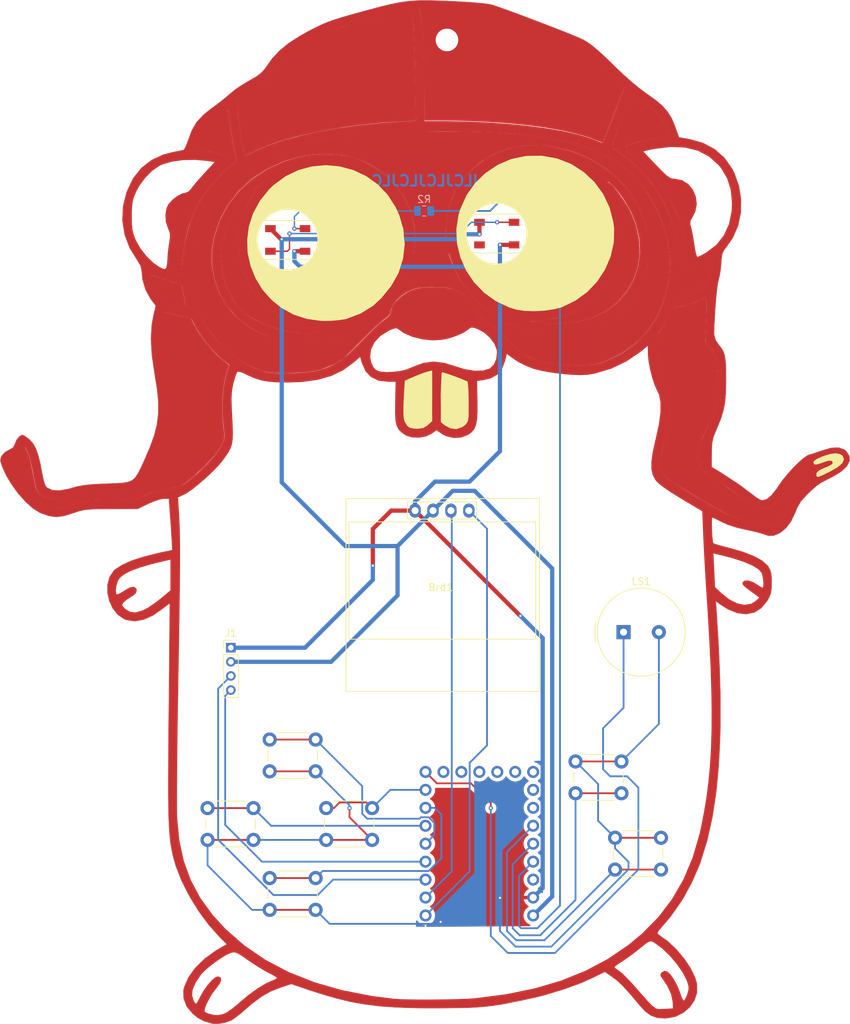
<source format=kicad_pcb>
(kicad_pcb (version 20240108) (generator "pcbnew") (generator_version "8.0")
  (layers (0 "F.Cu" signal) (31 "B.Cu" signal) (34 "B.Paste" user) (35 "F.Paste" user) (36 "B.SilkS" user "B.Silkscreen") (37 "F.SilkS" user "F.Silkscreen") (38 "B.Mask" user) (39 "F.Mask" user) (44 "Edge.Cuts" user))
  (net 0 "")
  (net 1 "GND")
  (net 2 "VCC")
  (net 3 "Net-(D1-DIN)")
  (net 4 "Net-(D1-DOUT)")
  (net 6 "/SDA")
  (net 7 "/SCL")
  (net 8 "/SDA1")
  (net 9 "/SCL1")
  (net 10 "Net-(U1-GP8)")
  (net 11 "/GP29")
  (net 12 "Net-(U1-GP4)")
  (net 13 "Net-(U1-GP5)")
  (net 14 "Net-(U1-GP6)")
  (net 15 "Net-(U1-GP7)")
  (net 16 "Net-(U1-GP28)")
  (net 17 "Net-(U1-GP27)")
  (footprint "LED_SMD:LED_WS2812B_PLCC4_5.0x5.0mm_P3.2mm" (layer "F.Cu") (at 91.55 59.8)
    (property "Reference" "D1" (hide yes))
    (property "Value" "WS2812B")
  )
  (footprint "LED_SMD:LED_WS2812B_PLCC4_5.0x5.0mm_P3.2mm" (layer "F.Cu") (at 121.15 58.9)
    (property "Reference" "D2" (hide yes))
    (property "Value" "WS2812B")
  )
  (footprint "rp2040-zero:my-rp2040-zero" (layer "F.Cu") (at 118.68 145.24 180)
    (property "Reference" "U1" (hide yes))
    (property "Value" "~" (hide yes))
  )
  (footprint "XIAO:128x64OLED" (layer "F.Cu") (at 113.2 108.7)
    (property "Reference" "Brd1")
    (property "Value" "SSD1306")
  )
  (footprint "gopher:gopher_pilot_v2" (layer "F.Cu") (at 110.9 98.2)
    (property "Reference" "G***" (hide yes))
    (property "Value" "LOGO" (hide yes))
    (fp_line (start -60.06 -7.09) (end -60.02 -7.53) (stroke (width 0.05)) (layer "Edge.Cuts"))
    (fp_line (start -60.02 -7.53) (end -59.85 -7.92) (stroke (width 0.05)) (layer "Edge.Cuts"))
    (fp_line (start -59.85 -7.92) (end -59.39 -8.41) (stroke (width 0.05)) (layer "Edge.Cuts"))
    (fp_line (start -59.79 -6.25) (end -60.06 -7.09) (stroke (width 0.05)) (layer "Edge.Cuts"))
    (fp_line (start -59.51 -5.62) (end -59.79 -6.25) (stroke (width 0.05)) (layer "Edge.Cuts"))
    (fp_line (start -59.39 -8.41) (end -58.74 -8.77) (stroke (width 0.05)) (layer "Edge.Cuts"))
    (fp_line (start -59.25 -5.07) (end -59.51 -5.62) (stroke (width 0.05)) (layer "Edge.Cuts"))
    (fp_line (start -58.74 -8.77) (end -58.26 -9.04) (stroke (width 0.05)) (layer "Edge.Cuts"))
    (fp_line (start -58.69 -4.13) (end -59.25 -5.07) (stroke (width 0.05)) (layer "Edge.Cuts"))
    (fp_line (start -58.4 -3.67) (end -58.69 -4.13) (stroke (width 0.05)) (layer "Edge.Cuts"))
    (fp_line (start -58.26 -9.04) (end -58.02 -9.5) (stroke (width 0.05)) (layer "Edge.Cuts"))
    (fp_line (start -58.02 -9.5) (end -57.77 -10.13) (stroke (width 0.05)) (layer "Edge.Cuts"))
    (fp_line (start -57.77 -10.13) (end -57.36 -10.63) (stroke (width 0.05)) (layer "Edge.Cuts"))
    (fp_line (start -57.5 -2.44) (end -58.4 -3.67) (stroke (width 0.05)) (layer "Edge.Cuts"))
    (fp_line (start -57.36 -10.63) (end -56.93 -10.85) (stroke (width 0.05)) (layer "Edge.Cuts"))
    (fp_line (start -56.93 -10.85) (end -56.91 -10.85) (stroke (width 0.05)) (layer "Edge.Cuts"))
    (fp_line (start -56.91 -10.85) (end -56.88 -10.84) (stroke (width 0.05)) (layer "Edge.Cuts"))
    (fp_line (start -56.88 -10.84) (end -56.58 -10.71) (stroke (width 0.05)) (layer "Edge.Cuts"))
    (fp_line (start -56.58 -10.71) (end -55.86 -10.17) (stroke (width 0.05)) (layer "Edge.Cuts"))
    (fp_line (start -56.49 -1.31) (end -57.5 -2.44) (stroke (width 0.05)) (layer "Edge.Cuts"))
    (fp_line (start -55.86 -10.17) (end -55.36 -9.6) (stroke (width 0.05)) (layer "Edge.Cuts"))
    (fp_line (start -55.45 -0.38) (end -56.49 -1.31) (stroke (width 0.05)) (layer "Edge.Cuts"))
    (fp_line (start -55.36 -9.6) (end -54.97 -8.9) (stroke (width 0.05)) (layer "Edge.Cuts"))
    (fp_line (start -54.97 -8.9) (end -54.62 -7.91) (stroke (width 0.05)) (layer "Edge.Cuts"))
    (fp_line (start -54.62 -7.91) (end -54.31 -6.65) (stroke (width 0.05)) (layer "Edge.Cuts"))
    (fp_line (start -54.48 0.22) (end -55.45 -0.38) (stroke (width 0.05)) (layer "Edge.Cuts"))
    (fp_line (start -54.31 -6.65) (end -54.12 -5.59) (stroke (width 0.05)) (layer "Edge.Cuts"))
    (fp_line (start -54.22 0.33) (end -54.48 0.22) (stroke (width 0.05)) (layer "Edge.Cuts"))
    (fp_line (start -54.12 -5.59) (end -53.9 -4.53) (stroke (width 0.05)) (layer "Edge.Cuts"))
    (fp_line (start -53.9 -4.53) (end -53.87 -4.39) (stroke (width 0.05)) (layer "Edge.Cuts"))
    (fp_line (start -53.87 -4.39) (end -53.64 -3.7) (stroke (width 0.05)) (layer "Edge.Cuts"))
    (fp_line (start -53.64 -3.7) (end -53.43 -3.39) (stroke (width 0.05)) (layer "Edge.Cuts"))
    (fp_line (start -53.43 -3.39) (end -52.69 -3.04) (stroke (width 0.05)) (layer "Edge.Cuts"))
    (fp_line (start -53.11 0.71) (end -54.22 0.33) (stroke (width 0.05)) (layer "Edge.Cuts"))
    (fp_line (start -52.69 -3.04) (end -51.69 -2.97) (stroke (width 0.05)) (layer "Edge.Cuts"))
    (fp_line (start -52.1 0.83) (end -53.11 0.71) (stroke (width 0.05)) (layer "Edge.Cuts"))
    (fp_line (start -51.69 -2.97) (end -50.45 -3.2) (stroke (width 0.05)) (layer "Edge.Cuts"))
    (fp_line (start -51.06 0.71) (end -52.1 0.83) (stroke (width 0.05)) (layer "Edge.Cuts"))
    (fp_line (start -50.45 -3.2) (end -49.29 -3.52) (stroke (width 0.05)) (layer "Edge.Cuts"))
    (fp_line (start -49.81 0.32) (end -51.06 0.71) (stroke (width 0.05)) (layer "Edge.Cuts"))
    (fp_line (start -49.29 -3.52) (end -49.03 -3.58) (stroke (width 0.05)) (layer "Edge.Cuts"))
    (fp_line (start -49.03 -3.58) (end -48.1 -3.75) (stroke (width 0.05)) (layer "Edge.Cuts"))
    (fp_line (start -48.85 0.01) (end -49.81 0.32) (stroke (width 0.05)) (layer "Edge.Cuts"))
    (fp_line (start -48.19 -0.14) (end -48.85 0.01) (stroke (width 0.05)) (layer "Edge.Cuts"))
    (fp_line (start -48.1 -3.75) (end -47.04 -3.85) (stroke (width 0.05)) (layer "Edge.Cuts"))
    (fp_line (start -47.58 -0.22) (end -48.19 -0.14) (stroke (width 0.05)) (layer "Edge.Cuts"))
    (fp_line (start -47.15 -0.25) (end -47.58 -0.22) (stroke (width 0.05)) (layer "Edge.Cuts"))
    (fp_line (start -47.04 -3.85) (end -45.68 -3.92) (stroke (width 0.05)) (layer "Edge.Cuts"))
    (fp_line (start -46.24 -0.28) (end -47.15 -0.25) (stroke (width 0.05)) (layer "Edge.Cuts"))
    (fp_line (start -45.68 -3.92) (end -44.19 -3.98) (stroke (width 0.05)) (layer "Edge.Cuts"))
    (fp_line (start -44.94 -0.29) (end -46.24 -0.28) (stroke (width 0.05)) (layer "Edge.Cuts"))
    (fp_line (start -44.91 11.5) (end -44.89 10.34) (stroke (width 0.05)) (layer "Edge.Cuts"))
    (fp_line (start -44.89 10.34) (end -44.61 9.27) (stroke (width 0.05)) (layer "Edge.Cuts"))
    (fp_line (start -44.65 12.69) (end -44.91 11.5) (stroke (width 0.05)) (layer "Edge.Cuts"))
    (fp_line (start -44.61 9.27) (end -44 8.38) (stroke (width 0.05)) (layer "Edge.Cuts"))
    (fp_line (start -44.19 -3.98) (end -43.79 -3.99) (stroke (width 0.05)) (layer "Edge.Cuts"))
    (fp_line (start -44.16 13.75) (end -44.65 12.69) (stroke (width 0.05)) (layer "Edge.Cuts"))
    (fp_line (start -44 8.38) (end -43.84 8.22) (stroke (width 0.05)) (layer "Edge.Cuts"))
    (fp_line (start -43.84 8.22) (end -43.64 8.09) (stroke (width 0.05)) (layer "Edge.Cuts"))
    (fp_line (start -43.79 -3.99) (end -42.78 -4.05) (stroke (width 0.05)) (layer "Edge.Cuts"))
    (fp_line (start -43.64 8.09) (end -42.85 7.57) (stroke (width 0.05)) (layer "Edge.Cuts"))
    (fp_line (start -43.43 14.67) (end -44.16 13.75) (stroke (width 0.05)) (layer "Edge.Cuts"))
    (fp_line (start -42.85 7.57) (end -41.49 6.95) (stroke (width 0.05)) (layer "Edge.Cuts"))
    (fp_line (start -42.79 -41.14) (end -42.7 -43.14) (stroke (width 0.05)) (layer "Edge.Cuts"))
    (fp_line (start -42.78 -4.05) (end -42.01 -4.17) (stroke (width 0.05)) (layer "Edge.Cuts"))
    (fp_line (start -42.7 -43.14) (end -42.21 -45.14) (stroke (width 0.05)) (layer "Edge.Cuts"))
    (fp_line (start -42.51 15.29) (end -43.43 14.67) (stroke (width 0.05)) (layer "Edge.Cuts"))
    (fp_line (start -42.48 -39.17) (end -42.79 -41.14) (stroke (width 0.05)) (layer "Edge.Cuts"))
    (fp_line (start -42.26 15.39) (end -42.51 15.29) (stroke (width 0.05)) (layer "Edge.Cuts"))
    (fp_line (start -42.21 -45.14) (end -41.83 -45.96) (stroke (width 0.05)) (layer "Edge.Cuts"))
    (fp_line (start -42.01 -4.17) (end -41.42 -4.41) (stroke (width 0.05)) (layer "Edge.Cuts"))
    (fp_line (start -41.83 -45.96) (end -41.28 -47.1) (stroke (width 0.05)) (layer "Edge.Cuts"))
    (fp_line (start -41.78 -37.28) (end -42.48 -39.17) (stroke (width 0.05)) (layer "Edge.Cuts"))
    (fp_line (start -41.7 -0.3) (end -44.94 -0.29) (stroke (width 0.05)) (layer "Edge.Cuts"))
    (fp_line (start -41.49 6.95) (end -39.84 6.42) (stroke (width 0.05)) (layer "Edge.Cuts"))
    (fp_line (start -41.42 -4.41) (end -41 -4.76) (stroke (width 0.05)) (layer "Edge.Cuts"))
    (fp_line (start -41.35 -36.59) (end -41.78 -37.28) (stroke (width 0.05)) (layer "Edge.Cuts"))
    (fp_line (start -41.28 -47.1) (end -41.24 -47.17) (stroke (width 0.05)) (layer "Edge.Cuts"))
    (fp_line (start -41.24 -47.17) (end -40.1 -48.61) (stroke (width 0.05)) (layer "Edge.Cuts"))
    (fp_line (start -41.06 15.59) (end -42.26 15.39) (stroke (width 0.05)) (layer "Edge.Cuts"))
    (fp_line (start -41 -4.76) (end -40.63 -5.3) (stroke (width 0.05)) (layer "Edge.Cuts"))
    (fp_line (start -40.68 -35.51) (end -41.35 -36.59) (stroke (width 0.05)) (layer "Edge.Cuts"))
    (fp_line (start -40.63 -5.3) (end -40.25 -6.03) (stroke (width 0.05)) (layer "Edge.Cuts"))
    (fp_line (start -40.56 -0.31) (end -41.7 -0.3) (stroke (width 0.05)) (layer "Edge.Cuts"))
    (fp_line (start -40.25 -6.03) (end -39.69 -7.24) (stroke (width 0.05)) (layer "Edge.Cuts"))
    (fp_line (start -40.22 -34.74) (end -40.68 -35.51) (stroke (width 0.05)) (layer "Edge.Cuts"))
    (fp_line (start -40.1 -48.61) (end -39.98 -48.71) (stroke (width 0.05)) (layer "Edge.Cuts"))
    (fp_line (start -40.07 -34.06) (end -40.22 -34.74) (stroke (width 0.05)) (layer "Edge.Cuts"))
    (fp_line (start -39.98 -48.71) (end -39.31 -49.23) (stroke (width 0.05)) (layer "Edge.Cuts"))
    (fp_line (start -39.94 -32.76) (end -40.07 -34.06) (stroke (width 0.05)) (layer "Edge.Cuts"))
    (fp_line (start -39.84 6.42) (end -38.86 6.16) (stroke (width 0.05)) (layer "Edge.Cuts"))
    (fp_line (start -39.76 15.37) (end -41.06 15.59) (stroke (width 0.05)) (layer "Edge.Cuts"))
    (fp_line (start -39.69 -7.24) (end -39.25 -8.26) (stroke (width 0.05)) (layer "Edge.Cuts"))
    (fp_line (start -39.51 -31.32) (end -39.94 -32.76) (stroke (width 0.05)) (layer "Edge.Cuts"))
    (fp_line (start -39.31 -49.23) (end -38.65 -49.73) (stroke (width 0.05)) (layer "Edge.Cuts"))
    (fp_line (start -39.25 -8.26) (end -38.93 -9) (stroke (width 0.05)) (layer "Edge.Cuts"))
    (fp_line (start -39.11 -1.02) (end -40.56 -0.31) (stroke (width 0.05)) (layer "Edge.Cuts"))
    (fp_line (start -39.03 -30.44) (end -39.51 -31.32) (stroke (width 0.05)) (layer "Edge.Cuts"))
    (fp_line (start -38.93 -9) (end -38.34 -10.61) (stroke (width 0.05)) (layer "Edge.Cuts"))
    (fp_line (start -38.86 6.16) (end -37.3 5.78) (stroke (width 0.05)) (layer "Edge.Cuts"))
    (fp_line (start -38.81 -30.06) (end -39.03 -30.44) (stroke (width 0.05)) (layer "Edge.Cuts"))
    (fp_line (start -38.76 -24.42) (end -38.63 -26.46) (stroke (width 0.05)) (layer "Edge.Cuts"))
    (fp_line (start -38.65 -49.73) (end -38.2 -49.95) (stroke (width 0.05)) (layer "Edge.Cuts"))
    (fp_line (start -38.63 -26.46) (end -38.49 -27.23) (stroke (width 0.05)) (layer "Edge.Cuts"))
    (fp_line (start -38.62 -22.07) (end -38.76 -24.42) (stroke (width 0.05)) (layer "Edge.Cuts"))
    (fp_line (start -38.49 -27.23) (end -38.39 -27.75) (stroke (width 0.05)) (layer "Edge.Cuts"))
    (fp_line (start -38.39 -27.75) (end -38.27 -28.27) (stroke (width 0.05)) (layer "Edge.Cuts"))
    (fp_line (start -38.37 14.75) (end -39.76 15.37) (stroke (width 0.05)) (layer "Edge.Cuts"))
    (fp_line (start -38.35 -20.21) (end -38.62 -22.07) (stroke (width 0.05)) (layer "Edge.Cuts"))
    (fp_line (start -38.34 -10.61) (end -38.3 -10.71) (stroke (width 0.05)) (layer "Edge.Cuts"))
    (fp_line (start -38.3 -10.71) (end -37.9 -12.32) (stroke (width 0.05)) (layer "Edge.Cuts"))
    (fp_line (start -38.27 -28.27) (end -38.13 -28.84) (stroke (width 0.05)) (layer "Edge.Cuts"))
    (fp_line (start -38.21 -1.4) (end -39.11 -1.02) (stroke (width 0.05)) (layer "Edge.Cuts"))
    (fp_line (start -38.2 -49.95) (end -36.99 -50.5) (stroke (width 0.05)) (layer "Edge.Cuts"))
    (fp_line (start -38.13 -28.84) (end -38.07 -29.07) (stroke (width 0.05)) (layer "Edge.Cuts"))
    (fp_line (start -38.09 -18.49) (end -38.35 -20.21) (stroke (width 0.05)) (layer "Edge.Cuts"))
    (fp_line (start -38.07 -29.07) (end -38.81 -30.06) (stroke (width 0.05)) (layer "Edge.Cuts"))
    (fp_line (start -37.9 -17.41) (end -38.09 -18.49) (stroke (width 0.05)) (layer "Edge.Cuts"))
    (fp_line (start -37.9 -12.32) (end -37.71 -13.9) (stroke (width 0.05)) (layer "Edge.Cuts"))
    (fp_line (start -37.84 14.37) (end -38.37 14.75) (stroke (width 0.05)) (layer "Edge.Cuts"))
    (fp_line (start -37.71 -15.56) (end -37.9 -17.41) (stroke (width 0.05)) (layer "Edge.Cuts"))
    (fp_line (start -37.71 -13.9) (end -37.71 -15.56) (stroke (width 0.05)) (layer "Edge.Cuts"))
    (fp_line (start -37.44 -1.65) (end -38.21 -1.4) (stroke (width 0.05)) (layer "Edge.Cuts"))
    (fp_line (start -37.3 5.78) (end -35.93 5.5) (stroke (width 0.05)) (layer "Edge.Cuts"))
    (fp_line (start -37.26 13.97) (end -37.84 14.37) (stroke (width 0.05)) (layer "Edge.Cuts"))
    (fp_line (start -36.99 -50.5) (end -35.66 -50.86) (stroke (width 0.05)) (layer "Edge.Cuts"))
    (fp_line (start -36.92 -1.75) (end -37.44 -1.65) (stroke (width 0.05)) (layer "Edge.Cuts"))
    (fp_line (start -36.63 13.5) (end -37.26 13.97) (stroke (width 0.05)) (layer "Edge.Cuts"))
    (fp_line (start -36.3 37.67) (end -36.29 36.9) (stroke (width 0.05)) (layer "Edge.Cuts"))
    (fp_line (start -36.3 40.21) (end -36.3 37.67) (stroke (width 0.05)) (layer "Edge.Cuts"))
    (fp_line (start -36.29 36.9) (end -36.28 33.65) (stroke (width 0.05)) (layer "Edge.Cuts"))
    (fp_line (start -36.28 33.65) (end -36.26 31.6) (stroke (width 0.05)) (layer "Edge.Cuts"))
    (fp_line (start -36.26 31.6) (end -36.25 30.31) (stroke (width 0.05)) (layer "Edge.Cuts"))
    (fp_line (start -36.26 42.85) (end -36.3 40.21) (stroke (width 0.05)) (layer "Edge.Cuts"))
    (fp_line (start -36.25 30.31) (end -36.24 29.14) (stroke (width 0.05)) (layer "Edge.Cuts"))
    (fp_line (start -36.24 29.14) (end -36.23 28.1) (stroke (width 0.05)) (layer "Edge.Cuts"))
    (fp_line (start -36.23 13.19) (end -36.63 13.5) (stroke (width 0.05)) (layer "Edge.Cuts"))
    (fp_line (start -36.23 28.1) (end -36.19 25.15) (stroke (width 0.05)) (layer "Edge.Cuts"))
    (fp_line (start -36.21 -1.74) (end -36.92 -1.75) (stroke (width 0.05)) (layer "Edge.Cuts"))
    (fp_line (start -36.21 44.33) (end -36.26 42.85) (stroke (width 0.05)) (layer "Edge.Cuts"))
    (fp_line (start -36.19 -1.41) (end -36.21 -1.74) (stroke (width 0.05)) (layer "Edge.Cuts"))
    (fp_line (start -36.19 25.15) (end -36.18 23.45) (stroke (width 0.05)) (layer "Edge.Cuts"))
    (fp_line (start -36.18 23.45) (end -36.17 22.7) (stroke (width 0.05)) (layer "Edge.Cuts"))
    (fp_line (start -36.17 22.7) (end -36.16 20.64) (stroke (width 0.05)) (layer "Edge.Cuts"))
    (fp_line (start -36.16 20.64) (end -36.13 18.2) (stroke (width 0.05)) (layer "Edge.Cuts"))
    (fp_line (start -36.13 18.2) (end -36.12 16.93) (stroke (width 0.05)) (layer "Edge.Cuts"))
    (fp_line (start -36.12 16.93) (end -36.11 15.84) (stroke (width 0.05)) (layer "Edge.Cuts"))
    (fp_line (start -36.11 -0.41) (end -36.19 -1.41) (stroke (width 0.05)) (layer "Edge.Cuts"))
    (fp_line (start -36.11 15.84) (end -36.1 14.27) (stroke (width 0.05)) (layer "Edge.Cuts"))
    (fp_line (start -36.1 14.27) (end -36.09 13.43) (stroke (width 0.05)) (layer "Edge.Cuts"))
    (fp_line (start -36.09 13.43) (end -36.08 13.11) (stroke (width 0.05)) (layer "Edge.Cuts"))
    (fp_line (start -36.09 45.97) (end -36.21 44.33) (stroke (width 0.05)) (layer "Edge.Cuts"))
    (fp_line (start -36.08 13.11) (end -36.23 13.19) (stroke (width 0.05)) (layer "Edge.Cuts"))
    (fp_line (start -35.98 47.01) (end -36.09 45.97) (stroke (width 0.05)) (layer "Edge.Cuts"))
    (fp_line (start -35.93 5.5) (end -35.72 5.46) (stroke (width 0.05)) (layer "Edge.Cuts"))
    (fp_line (start -35.88 2.86) (end -36.11 -0.41) (stroke (width 0.05)) (layer "Edge.Cuts"))
    (fp_line (start -35.74 5.2) (end -35.88 2.86) (stroke (width 0.05)) (layer "Edge.Cuts"))
    (fp_line (start -35.72 5.46) (end -35.74 5.2) (stroke (width 0.05)) (layer "Edge.Cuts"))
    (fp_line (start -35.7 48.5) (end -35.98 47.01) (stroke (width 0.05)) (layer "Edge.Cuts"))
    (fp_line (start -35.66 -50.86) (end -34.76 -51.03) (stroke (width 0.05)) (layer "Edge.Cuts"))
    (fp_line (start -35.51 49.25) (end -35.7 48.5) (stroke (width 0.05)) (layer "Edge.Cuts"))
    (fp_line (start -35.24 50.18) (end -35.51 49.25) (stroke (width 0.05)) (layer "Edge.Cuts"))
    (fp_line (start -35.05 50.67) (end -35.24 50.18) (stroke (width 0.05)) (layer "Edge.Cuts"))
    (fp_line (start -34.76 -51.03) (end -34.35 -51.11) (stroke (width 0.05)) (layer "Edge.Cuts"))
    (fp_line (start -34.51 52.08) (end -35.05 50.67) (stroke (width 0.05)) (layer "Edge.Cuts"))
    (fp_line (start -34.35 -51.11) (end -34.13 -51.15) (stroke (width 0.05)) (layer "Edge.Cuts"))
    (fp_line (start -34.17 52.79) (end -34.51 52.08) (stroke (width 0.05)) (layer "Edge.Cuts"))
    (fp_line (start -34.14 67.75) (end -34.03 67.29) (stroke (width 0.05)) (layer "Edge.Cuts"))
    (fp_line (start -34.13 -51.15) (end -33.95 -51.38) (stroke (width 0.05)) (layer "Edge.Cuts"))
    (fp_line (start -34.12 68.94) (end -34.14 67.75) (stroke (width 0.05)) (layer "Edge.Cuts"))
    (fp_line (start -34.03 67.29) (end -33.44 65.94) (stroke (width 0.05)) (layer "Edge.Cuts"))
    (fp_line (start -33.95 -51.38) (end -33.7 -51.92) (stroke (width 0.05)) (layer "Edge.Cuts"))
    (fp_line (start -33.87 53.39) (end -34.17 52.79) (stroke (width 0.05)) (layer "Edge.Cuts"))
    (fp_line (start -33.7 -51.92) (end -33.15 -53.42) (stroke (width 0.05)) (layer "Edge.Cuts"))
    (fp_line (start -33.7 70.07) (end -34.12 68.94) (stroke (width 0.05)) (layer "Edge.Cuts"))
    (fp_line (start -33.44 65.94) (end -32.47 64.58) (stroke (width 0.05)) (layer "Edge.Cuts"))
    (fp_line (start -33.16 54.73) (end -33.87 53.39) (stroke (width 0.05)) (layer "Edge.Cuts"))
    (fp_line (start -33.15 -53.42) (end -32.95 -53.94) (stroke (width 0.05)) (layer "Edge.Cuts"))
    (fp_line (start -32.95 -53.94) (end -32.28 -55.1) (stroke (width 0.05)) (layer "Edge.Cuts"))
    (fp_line (start -32.85 71.1) (end -33.7 70.07) (stroke (width 0.05)) (layer "Edge.Cuts"))
    (fp_line (start -32.65 55.55) (end -33.16 54.73) (stroke (width 0.05)) (layer "Edge.Cuts"))
    (fp_line (start -32.47 64.58) (end -31.19 63.33) (stroke (width 0.05)) (layer "Edge.Cuts"))
    (fp_line (start -32.28 -55.1) (end -31.29 -56.14) (stroke (width 0.05)) (layer "Edge.Cuts"))
    (fp_line (start -32.15 71.68) (end -32.85 71.1) (stroke (width 0.05)) (layer "Edge.Cuts"))
    (fp_line (start -32.02 56.58) (end -32.65 55.55) (stroke (width 0.05)) (layer "Edge.Cuts"))
    (fp_line (start -31.77 56.91) (end -32.02 56.58) (stroke (width 0.05)) (layer "Edge.Cuts"))
    (fp_line (start -31.29 -56.14) (end -30.97 -56.41) (stroke (width 0.05)) (layer "Edge.Cuts"))
    (fp_line (start -31.21 72.18) (end -32.15 71.68) (stroke (width 0.05)) (layer "Edge.Cuts"))
    (fp_line (start -31.19 63.33) (end -29.67 62.21) (stroke (width 0.05)) (layer "Edge.Cuts"))
    (fp_line (start -30.97 -56.41) (end -30.28 -56.97) (stroke (width 0.05)) (layer "Edge.Cuts"))
    (fp_line (start -30.57 58.54) (end -31.77 56.91) (stroke (width 0.05)) (layer "Edge.Cuts"))
    (fp_line (start -30.28 -56.97) (end -29.63 -57.44) (stroke (width 0.05)) (layer "Edge.Cuts"))
    (fp_line (start -30.15 59.01) (end -30.57 58.54) (stroke (width 0.05)) (layer "Edge.Cuts"))
    (fp_line (start -29.94 72.55) (end -31.21 72.18) (stroke (width 0.05)) (layer "Edge.Cuts"))
    (fp_line (start -29.67 62.21) (end -28.6 61.58) (stroke (width 0.05)) (layer "Edge.Cuts"))
    (fp_line (start -29.63 -57.44) (end -29 -57.91) (stroke (width 0.05)) (layer "Edge.Cuts"))
    (fp_line (start -29.19 72.56) (end -29.94 72.55) (stroke (width 0.05)) (layer "Edge.Cuts"))
    (fp_line (start -29.05 60.24) (end -30.15 59.01) (stroke (width 0.05)) (layer "Edge.Cuts"))
    (fp_line (start -29 -57.91) (end -28.33 -58.45) (stroke (width 0.05)) (layer "Edge.Cuts"))
    (fp_line (start -28.69 60.61) (end -29.05 60.24) (stroke (width 0.05)) (layer "Edge.Cuts"))
    (fp_line (start -28.6 61.58) (end -28.03 61.26) (stroke (width 0.05)) (layer "Edge.Cuts"))
    (fp_line (start -28.33 -58.45) (end -27.74 -58.95) (stroke (width 0.05)) (layer "Edge.Cuts"))
    (fp_line (start -28.29 72.41) (end -29.19 72.56) (stroke (width 0.05)) (layer "Edge.Cuts"))
    (fp_line (start -28.03 61.26) (end -28.69 60.61) (stroke (width 0.05)) (layer "Edge.Cuts"))
    (fp_line (start -27.74 -58.95) (end -27 -59.57) (stroke (width 0.05)) (layer "Edge.Cuts"))
    (fp_line (start -27.42 72.12) (end -28.29 72.41) (stroke (width 0.05)) (layer "Edge.Cuts"))
    (fp_line (start -27.28 72.05) (end -27.42 72.12) (stroke (width 0.05)) (layer "Edge.Cuts"))
    (fp_line (start -27 -59.57) (end -26.51 -59.92) (stroke (width 0.05)) (layer "Edge.Cuts"))
    (fp_line (start -26.95 71.83) (end -27.28 72.05) (stroke (width 0.05)) (layer "Edge.Cuts"))
    (fp_line (start -26.51 -59.92) (end -26.04 -60.24) (stroke (width 0.05)) (layer "Edge.Cuts"))
    (fp_line (start -26.46 71.46) (end -26.95 71.83) (stroke (width 0.05)) (layer "Edge.Cuts"))
    (fp_line (start -26.04 -60.24) (end -25.39 -60.64) (stroke (width 0.05)) (layer "Edge.Cuts"))
    (fp_line (start -26.04 71.15) (end -26.46 71.46) (stroke (width 0.05)) (layer "Edge.Cuts"))
    (fp_line (start -25.49 70.67) (end -26.04 71.15) (stroke (width 0.05)) (layer "Edge.Cuts"))
    (fp_line (start -25.39 -60.64) (end -24.29 -61.28) (stroke (width 0.05)) (layer "Edge.Cuts"))
    (fp_line (start -24.69 69.98) (end -25.49 70.67) (stroke (width 0.05)) (layer "Edge.Cuts"))
    (fp_line (start -24.36 69.69) (end -24.69 69.98) (stroke (width 0.05)) (layer "Edge.Cuts"))
    (fp_line (start -24.29 -61.28) (end -23.83 -61.54) (stroke (width 0.05)) (layer "Edge.Cuts"))
    (fp_line (start -24.18 69.56) (end -24.36 69.69) (stroke (width 0.05)) (layer "Edge.Cuts"))
    (fp_line (start -23.83 -61.54) (end -23.13 -62.07) (stroke (width 0.05)) (layer "Edge.Cuts"))
    (fp_line (start -23.13 -62.07) (end -22.63 -62.61) (stroke (width 0.05)) (layer "Edge.Cuts"))
    (fp_line (start -22.96 68.66) (end -24.18 69.56) (stroke (width 0.05)) (layer "Edge.Cuts"))
    (fp_line (start -22.63 -62.61) (end -21.99 -63.52) (stroke (width 0.05)) (layer "Edge.Cuts"))
    (fp_line (start -21.99 -63.52) (end -21.59 -64.08) (stroke (width 0.05)) (layer "Edge.Cuts"))
    (fp_line (start -21.67 67.94) (end -22.96 68.66) (stroke (width 0.05)) (layer "Edge.Cuts"))
    (fp_line (start -21.59 -64.08) (end -20.49 -65.26) (stroke (width 0.05)) (layer "Edge.Cuts"))
    (fp_line (start -20.63 67.53) (end -21.67 67.94) (stroke (width 0.05)) (layer "Edge.Cuts"))
    (fp_line (start -20.49 -65.26) (end -20 -65.66) (stroke (width 0.05)) (layer "Edge.Cuts"))
    (fp_line (start -20 -65.66) (end -19.28 -66.25) (stroke (width 0.05)) (layer "Edge.Cuts"))
    (fp_line (start -19.98 67.3) (end -20.63 67.53) (stroke (width 0.05)) (layer "Edge.Cuts"))
    (fp_line (start -19.28 -66.25) (end -17.72 -67.26) (stroke (width 0.05)) (layer "Edge.Cuts"))
    (fp_line (start -18.83 66.93) (end -19.98 67.3) (stroke (width 0.05)) (layer "Edge.Cuts"))
    (fp_line (start -18.4 67.09) (end -18.83 66.93) (stroke (width 0.05)) (layer "Edge.Cuts"))
    (fp_line (start -17.76 67.3) (end -18.4 67.09) (stroke (width 0.05)) (layer "Edge.Cuts"))
    (fp_line (start -17.72 -67.26) (end -16.47 -67.96) (stroke (width 0.05)) (layer "Edge.Cuts"))
    (fp_line (start -16.61 67.69) (end -17.76 67.3) (stroke (width 0.05)) (layer "Edge.Cuts"))
    (fp_line (start -16.47 -67.96) (end -15.52 -68.44) (stroke (width 0.05)) (layer "Edge.Cuts"))
    (fp_line (start -15.99 67.9) (end -16.61 67.69) (stroke (width 0.05)) (layer "Edge.Cuts"))
    (fp_line (start -15.52 -68.44) (end -14.59 -68.9) (stroke (width 0.05)) (layer "Edge.Cuts"))
    (fp_line (start -15.17 68.16) (end -15.99 67.9) (stroke (width 0.05)) (layer "Edge.Cuts"))
    (fp_line (start -14.59 -68.9) (end -13.67 -69.28) (stroke (width 0.05)) (layer "Edge.Cuts"))
    (fp_line (start -13.7 68.61) (end -15.17 68.16) (stroke (width 0.05)) (layer "Edge.Cuts"))
    (fp_line (start -13.67 -69.28) (end -12.91 -69.56) (stroke (width 0.05)) (layer "Edge.Cuts"))
    (fp_line (start -12.91 -69.56) (end -11.63 -69.96) (stroke (width 0.05)) (layer "Edge.Cuts"))
    (fp_line (start -12.36 68.99) (end -13.7 68.61) (stroke (width 0.05)) (layer "Edge.Cuts"))
    (fp_line (start -11.63 -69.96) (end -10.43 -70.31) (stroke (width 0.05)) (layer "Edge.Cuts"))
    (fp_line (start -10.5 69.45) (end -12.36 68.99) (stroke (width 0.05)) (layer "Edge.Cuts"))
    (fp_line (start -10.43 -70.31) (end -8.66 -70.79) (stroke (width 0.05)) (layer "Edge.Cuts"))
    (fp_line (start -8.66 -70.79) (end -7.03 -71.23) (stroke (width 0.05)) (layer "Edge.Cuts"))
    (fp_line (start -8.39 69.82) (end -10.5 69.45) (stroke (width 0.05)) (layer "Edge.Cuts"))
    (fp_line (start -7.28 69.95) (end -8.39 69.82) (stroke (width 0.05)) (layer "Edge.Cuts"))
    (fp_line (start -7.03 -71.23) (end -6.15 -71.47) (stroke (width 0.05)) (layer "Edge.Cuts"))
    (fp_line (start -6.28 70.08) (end -7.28 69.95) (stroke (width 0.05)) (layer "Edge.Cuts"))
    (fp_line (start -6.15 -71.47) (end -4.89 -71.77) (stroke (width 0.05)) (layer "Edge.Cuts"))
    (fp_line (start -6.03 70.1) (end -6.28 70.08) (stroke (width 0.05)) (layer "Edge.Cuts"))
    (fp_line (start -4.89 -71.77) (end -3.56 -72.04) (stroke (width 0.05)) (layer "Edge.Cuts"))
    (fp_line (start -4.28 70.22) (end -6.03 70.1) (stroke (width 0.05)) (layer "Edge.Cuts"))
    (fp_line (start -3.61 70.25) (end -4.28 70.22) (stroke (width 0.05)) (layer "Edge.Cuts"))
    (fp_line (start -3.56 -72.04) (end -2.23 -72.24) (stroke (width 0.05)) (layer "Edge.Cuts"))
    (fp_line (start -2.23 -72.24) (end -0.86 -72.32) (stroke (width 0.05)) (layer "Edge.Cuts"))
    (fp_line (start -1.59 70.32) (end -3.61 70.25) (stroke (width 0.05)) (layer "Edge.Cuts"))
    (fp_line (start -0.86 -72.32) (end 0.33 -72.33) (stroke (width 0.05)) (layer "Edge.Cuts"))
    (fp_line (start -0.71 70.34) (end -1.59 70.32) (stroke (width 0.05)) (layer "Edge.Cuts"))
    (fp_line (start 0.33 -72.33) (end 1.58 -72.31) (stroke (width 0.05)) (layer "Edge.Cuts"))
    (fp_line (start 1.05 70.35) (end -0.71 70.34) (stroke (width 0.05)) (layer "Edge.Cuts"))
    (fp_line (start 1.58 -72.31) (end 3.01 -72.26) (stroke (width 0.05)) (layer "Edge.Cuts"))
    (fp_line (start 2.39 70.34) (end 1.05 70.35) (stroke (width 0.05)) (layer "Edge.Cuts"))
    (fp_line (start 3.01 -72.26) (end 4.34 -72.2) (stroke (width 0.05)) (layer "Edge.Cuts"))
    (fp_line (start 4.34 -72.2) (end 6.34 -72.09) (stroke (width 0.05)) (layer "Edge.Cuts"))
    (fp_line (start 5.34 70.31) (end 2.39 70.34) (stroke (width 0.05)) (layer "Edge.Cuts"))
    (fp_line (start 6.34 -72.09) (end 7.57 -71.99) (stroke (width 0.05)) (layer "Edge.Cuts"))
    (fp_line (start 6.65 70.27) (end 5.34 70.31) (stroke (width 0.05)) (layer "Edge.Cuts"))
    (fp_line (start 7.57 -71.99) (end 8.72 -71.87) (stroke (width 0.05)) (layer "Edge.Cuts"))
    (fp_line (start 7.81 70.2) (end 6.65 70.27) (stroke (width 0.05)) (layer "Edge.Cuts"))
    (fp_line (start 8.72 -71.87) (end 9.47 -71.75) (stroke (width 0.05)) (layer "Edge.Cuts"))
    (fp_line (start 8.75 70.11) (end 7.81 70.2) (stroke (width 0.05)) (layer "Edge.Cuts"))
    (fp_line (start 9.47 -71.75) (end 10.27 -71.49) (stroke (width 0.05)) (layer "Edge.Cuts"))
    (fp_line (start 9.55 70.02) (end 8.75 70.11) (stroke (width 0.05)) (layer "Edge.Cuts"))
    (fp_line (start 10.27 -71.49) (end 11.31 -71.12) (stroke (width 0.05)) (layer "Edge.Cuts"))
    (fp_line (start 11.02 69.8) (end 9.55 70.02) (stroke (width 0.05)) (layer "Edge.Cuts"))
    (fp_line (start 11.31 -71.12) (end 13.09 -70.48) (stroke (width 0.05)) (layer "Edge.Cuts"))
    (fp_line (start 13.09 -70.48) (end 14.25 -70.04) (stroke (width 0.05)) (layer "Edge.Cuts"))
    (fp_line (start 14.25 -70.04) (end 15.62 -69.52) (stroke (width 0.05)) (layer "Edge.Cuts"))
    (fp_line (start 15.4 68.9) (end 11.02 69.8) (stroke (width 0.05)) (layer "Edge.Cuts"))
    (fp_line (start 15.62 -69.52) (end 17.04 -68.98) (stroke (width 0.05)) (layer "Edge.Cuts"))
    (fp_line (start 16.81 68.56) (end 15.4 68.9) (stroke (width 0.05)) (layer "Edge.Cuts"))
    (fp_line (start 17.04 -68.98) (end 18.59 -68.38) (stroke (width 0.05)) (layer "Edge.Cuts"))
    (fp_line (start 18.59 -68.38) (end 19.79 -67.92) (stroke (width 0.05)) (layer "Edge.Cuts"))
    (fp_line (start 19.76 67.67) (end 16.81 68.56) (stroke (width 0.05)) (layer "Edge.Cuts"))
    (fp_line (start 19.79 -67.92) (end 21.52 -67.21) (stroke (width 0.05)) (layer "Edge.Cuts"))
    (fp_line (start 20.67 67.35) (end 19.76 67.67) (stroke (width 0.05)) (layer "Edge.Cuts"))
    (fp_line (start 21.52 -67.21) (end 22.53 -66.76) (stroke (width 0.05)) (layer "Edge.Cuts"))
    (fp_line (start 22.35 66.73) (end 20.67 67.35) (stroke (width 0.05)) (layer "Edge.Cuts"))
    (fp_line (start 22.48 66.66) (end 22.35 66.73) (stroke (width 0.05)) (layer "Edge.Cuts"))
    (fp_line (start 22.53 -66.76) (end 23.17 -66.38) (stroke (width 0.05)) (layer "Edge.Cuts"))
    (fp_line (start 23.17 -66.38) (end 23.81 -65.91) (stroke (width 0.05)) (layer "Edge.Cuts"))
    (fp_line (start 23.53 66.19) (end 22.48 66.66) (stroke (width 0.05)) (layer "Edge.Cuts"))
    (fp_line (start 23.81 -65.91) (end 24.86 -65.02) (stroke (width 0.05)) (layer "Edge.Cuts"))
    (fp_line (start 24.86 -65.02) (end 25.79 -64.16) (stroke (width 0.05)) (layer "Edge.Cuts"))
    (fp_line (start 25.55 65.21) (end 23.53 66.19) (stroke (width 0.05)) (layer "Edge.Cuts"))
    (fp_line (start 25.79 -64.16) (end 26.57 -63.4) (stroke (width 0.05)) (layer "Edge.Cuts"))
    (fp_line (start 25.89 65.45) (end 25.55 65.21) (stroke (width 0.05)) (layer "Edge.Cuts"))
    (fp_line (start 26.38 65.79) (end 25.89 65.45) (stroke (width 0.05)) (layer "Edge.Cuts"))
    (fp_line (start 26.57 -63.4) (end 27.12 -62.86) (stroke (width 0.05)) (layer "Edge.Cuts"))
    (fp_line (start 27 66.24) (end 26.38 65.79) (stroke (width 0.05)) (layer "Edge.Cuts"))
    (fp_line (start 27.12 -62.86) (end 28.14 -61.89) (stroke (width 0.05)) (layer "Edge.Cuts"))
    (fp_line (start 27.4 66.56) (end 27 66.24) (stroke (width 0.05)) (layer "Edge.Cuts"))
    (fp_line (start 27.96 67.09) (end 27.4 66.56) (stroke (width 0.05)) (layer "Edge.Cuts"))
    (fp_line (start 28.09 67.23) (end 27.96 67.09) (stroke (width 0.05)) (layer "Edge.Cuts"))
    (fp_line (start 28.14 -61.89) (end 28.92 -61.19) (stroke (width 0.05)) (layer "Edge.Cuts"))
    (fp_line (start 28.86 68.07) (end 28.09 67.23) (stroke (width 0.05)) (layer "Edge.Cuts"))
    (fp_line (start 28.92 -61.19) (end 29.37 -60.78) (stroke (width 0.05)) (layer "Edge.Cuts"))
    (fp_line (start 29.37 -60.78) (end 30.1 -60.2) (stroke (width 0.05)) (layer "Edge.Cuts"))
    (fp_line (start 29.5 68.81) (end 28.86 68.07) (stroke (width 0.05)) (layer "Edge.Cuts"))
    (fp_line (start 30.1 -60.2) (end 30.44 -59.91) (stroke (width 0.05)) (layer "Edge.Cuts"))
    (fp_line (start 30.44 -59.91) (end 31.12 -59.4) (stroke (width 0.05)) (layer "Edge.Cuts"))
    (fp_line (start 30.46 69.95) (end 29.5 68.81) (stroke (width 0.05)) (layer "Edge.Cuts"))
    (fp_line (start 31.12 -59.4) (end 32 -58.77) (stroke (width 0.05)) (layer "Edge.Cuts"))
    (fp_line (start 31.23 70.79) (end 30.46 69.95) (stroke (width 0.05)) (layer "Edge.Cuts"))
    (fp_line (start 32 -58.77) (end 32.17 -58.64) (stroke (width 0.05)) (layer "Edge.Cuts"))
    (fp_line (start 32.07 71.4) (end 31.23 70.79) (stroke (width 0.05)) (layer "Edge.Cuts"))
    (fp_line (start 32.17 -58.64) (end 32.76 -58.23) (stroke (width 0.05)) (layer "Edge.Cuts"))
    (fp_line (start 32.76 -58.23) (end 32.94 -58.08) (stroke (width 0.05)) (layer "Edge.Cuts"))
    (fp_line (start 32.94 -58.08) (end 33.75 -57.39) (stroke (width 0.05)) (layer "Edge.Cuts"))
    (fp_line (start 32.98 71.72) (end 32.07 71.4) (stroke (width 0.05)) (layer "Edge.Cuts"))
    (fp_line (start 33.05 59.75) (end 33.22 59.9) (stroke (width 0.05)) (layer "Edge.Cuts"))
    (fp_line (start 33.08 59.55) (end 33.05 59.75) (stroke (width 0.05)) (layer "Edge.Cuts"))
    (fp_line (start 33.22 59.9) (end 33.91 60.4) (stroke (width 0.05)) (layer "Edge.Cuts"))
    (fp_line (start 33.32 59.21) (end 33.08 59.55) (stroke (width 0.05)) (layer "Edge.Cuts"))
    (fp_line (start 33.75 -57.39) (end 34.5 -56.52) (stroke (width 0.05)) (layer "Edge.Cuts"))
    (fp_line (start 33.91 60.4) (end 34.51 60.83) (stroke (width 0.05)) (layer "Edge.Cuts"))
    (fp_line (start 33.92 58.53) (end 33.32 59.21) (stroke (width 0.05)) (layer "Edge.Cuts"))
    (fp_line (start 34.07 71.8) (end 32.98 71.72) (stroke (width 0.05)) (layer "Edge.Cuts"))
    (fp_line (start 34.27 71.78) (end 34.07 71.8) (stroke (width 0.05)) (layer "Edge.Cuts"))
    (fp_line (start 34.5 -56.52) (end 35.06 -55.61) (stroke (width 0.05)) (layer "Edge.Cuts"))
    (fp_line (start 34.51 60.83) (end 35.73 61.99) (stroke (width 0.05)) (layer "Edge.Cuts"))
    (fp_line (start 34.79 57.51) (end 33.92 58.53) (stroke (width 0.05)) (layer "Edge.Cuts"))
    (fp_line (start 35.06 -55.61) (end 35.55 -54.4) (stroke (width 0.05)) (layer "Edge.Cuts"))
    (fp_line (start 35.55 -54.4) (end 35.79 -53.75) (stroke (width 0.05)) (layer "Edge.Cuts"))
    (fp_line (start 35.55 71.55) (end 34.27 71.78) (stroke (width 0.05)) (layer "Edge.Cuts"))
    (fp_line (start 35.56 56.45) (end 34.79 57.51) (stroke (width 0.05)) (layer "Edge.Cuts"))
    (fp_line (start 35.73 61.99) (end 36.83 63.3) (stroke (width 0.05)) (layer "Edge.Cuts"))
    (fp_line (start 35.79 -53.75) (end 35.99 -53.21) (stroke (width 0.05)) (layer "Edge.Cuts"))
    (fp_line (start 35.99 -53.21) (end 36.08 -52.95) (stroke (width 0.05)) (layer "Edge.Cuts"))
    (fp_line (start 36.08 -52.95) (end 36.68 -52.85) (stroke (width 0.05)) (layer "Edge.Cuts"))
    (fp_line (start 36.68 -52.85) (end 37.6 -52.69) (stroke (width 0.05)) (layer "Edge.Cuts"))
    (fp_line (start 36.69 70.99) (end 35.55 71.55) (stroke (width 0.05)) (layer "Edge.Cuts"))
    (fp_line (start 36.7 54.76) (end 35.56 56.45) (stroke (width 0.05)) (layer "Edge.Cuts"))
    (fp_line (start 36.83 63.3) (end 37.73 64.64) (stroke (width 0.05)) (layer "Edge.Cuts"))
    (fp_line (start 37.6 -52.69) (end 39.48 -52.15) (stroke (width 0.05)) (layer "Edge.Cuts"))
    (fp_line (start 37.61 70.2) (end 36.69 70.99) (stroke (width 0.05)) (layer "Edge.Cuts"))
    (fp_line (start 37.73 64.64) (end 38.37 65.98) (stroke (width 0.05)) (layer "Edge.Cuts"))
    (fp_line (start 37.98 52.39) (end 36.7 54.76) (stroke (width 0.05)) (layer "Edge.Cuts"))
    (fp_line (start 38.3 69.19) (end 37.61 70.2) (stroke (width 0.05)) (layer "Edge.Cuts"))
    (fp_line (start 38.37 65.98) (end 38.63 66.88) (stroke (width 0.05)) (layer "Edge.Cuts"))
    (fp_line (start 38.63 66.88) (end 38.64 68.07) (stroke (width 0.05)) (layer "Edge.Cuts"))
    (fp_line (start 38.64 68.07) (end 38.3 69.19) (stroke (width 0.05)) (layer "Edge.Cuts"))
    (fp_line (start 39.08 49.84) (end 37.98 52.39) (stroke (width 0.05)) (layer "Edge.Cuts"))
    (fp_line (start 39.48 -52.15) (end 41.15 -51.26) (stroke (width 0.05)) (layer "Edge.Cuts"))
    (fp_line (start 40.07 46.65) (end 39.08 49.84) (stroke (width 0.05)) (layer "Edge.Cuts"))
    (fp_line (start 40.55 44.56) (end 40.07 46.65) (stroke (width 0.05)) (layer "Edge.Cuts"))
    (fp_line (start 40.71 -7.76) (end 40.71 -6.26) (stroke (width 0.05)) (layer "Edge.Cuts"))
    (fp_line (start 40.71 -6.26) (end 40.89 -6.18) (stroke (width 0.05)) (layer "Edge.Cuts"))
    (fp_line (start 40.72 -8.74) (end 40.71 -7.76) (stroke (width 0.05)) (layer "Edge.Cuts"))
    (fp_line (start 40.73 1.77) (end 40.74 2.43) (stroke (width 0.05)) (layer "Edge.Cuts"))
    (fp_line (start 40.74 1.1) (end 40.73 1.77) (stroke (width 0.05)) (layer "Edge.Cuts"))
    (fp_line (start 40.74 2.43) (end 40.77 3.12) (stroke (width 0.05)) (layer "Edge.Cuts"))
    (fp_line (start 40.77 3.12) (end 40.81 3.67) (stroke (width 0.05)) (layer "Edge.Cuts"))
    (fp_line (start 40.79 -9.72) (end 40.72 -8.74) (stroke (width 0.05)) (layer "Edge.Cuts"))
    (fp_line (start 40.79 0.91) (end 40.74 1.1) (stroke (width 0.05)) (layer "Edge.Cuts"))
    (fp_line (start 40.81 3.67) (end 40.85 4.06) (stroke (width 0.05)) (layer "Edge.Cuts"))
    (fp_line (start 40.85 4.06) (end 40.88 4.27) (stroke (width 0.05)) (layer "Edge.Cuts"))
    (fp_line (start 40.88 4.27) (end 40.89 4.32) (stroke (width 0.05)) (layer "Edge.Cuts"))
    (fp_line (start 40.89 -6.18) (end 41.82 -5.63) (stroke (width 0.05)) (layer "Edge.Cuts"))
    (fp_line (start 40.89 4.32) (end 40.94 4.5) (stroke (width 0.05)) (layer "Edge.Cuts"))
    (fp_line (start 40.89 42.9) (end 40.55 44.56) (stroke (width 0.05)) (layer "Edge.Cuts"))
    (fp_line (start 40.94 -10.42) (end 40.79 -9.72) (stroke (width 0.05)) (layer "Edge.Cuts"))
    (fp_line (start 40.94 4.5) (end 41.18 4.6) (stroke (width 0.05)) (layer "Edge.Cuts"))
    (fp_line (start 41 1) (end 40.79 0.91) (stroke (width 0.05)) (layer "Edge.Cuts"))
    (fp_line (start 41.06 -25.46) (end 41.06 -25.01) (stroke (width 0.05)) (layer "Edge.Cuts"))
    (fp_line (start 41.06 -25.01) (end 41.27 -24.24) (stroke (width 0.05)) (layer "Edge.Cuts"))
    (fp_line (start 41.08 -26.36) (end 41.06 -25.46) (stroke (width 0.05)) (layer "Edge.Cuts"))
    (fp_line (start 41.12 -26.88) (end 41.08 -26.36) (stroke (width 0.05)) (layer "Edge.Cuts"))
    (fp_line (start 41.15 -51.26) (end 42.53 -50.03) (stroke (width 0.05)) (layer "Edge.Cuts"))
    (fp_line (start 41.18 4.6) (end 41.82 4.79) (stroke (width 0.05)) (layer "Edge.Cuts"))
    (fp_line (start 41.21 -11.13) (end 40.94 -10.42) (stroke (width 0.05)) (layer "Edge.Cuts"))
    (fp_line (start 41.22 -28.58) (end 41.12 -26.88) (stroke (width 0.05)) (layer "Edge.Cuts"))
    (fp_line (start 41.27 -24.24) (end 41.7 -23.62) (stroke (width 0.05)) (layer "Edge.Cuts"))
    (fp_line (start 41.28 12.77) (end 41.31 12.84) (stroke (width 0.05)) (layer "Edge.Cuts"))
    (fp_line (start 41.31 12.84) (end 41.39 13.94) (stroke (width 0.05)) (layer "Edge.Cuts"))
    (fp_line (start 41.32 40.02) (end 40.89 42.9) (stroke (width 0.05)) (layer "Edge.Cuts"))
    (fp_line (start 41.34 1.16) (end 41 1) (stroke (width 0.05)) (layer "Edge.Cuts"))
    (fp_line (start 41.35 -30.28) (end 41.22 -28.58) (stroke (width 0.05)) (layer "Edge.Cuts"))
    (fp_line (start 41.36 12.84) (end 41.28 12.77) (stroke (width 0.05)) (layer "Edge.Cuts"))
    (fp_line (start 41.39 13.94) (end 41.51 15.83) (stroke (width 0.05)) (layer "Edge.Cuts"))
    (fp_line (start 41.47 -31.43) (end 41.35 -30.28) (stroke (width 0.05)) (layer "Edge.Cuts"))
    (fp_line (start 41.48 38.56) (end 41.32 40.02) (stroke (width 0.05)) (layer "Edge.Cuts"))
    (fp_line (start 41.51 15.83) (end 41.64 17.87) (stroke (width 0.05)) (layer "Edge.Cuts"))
    (fp_line (start 41.54 12.97) (end 41.36 12.84) (stroke (width 0.05)) (layer "Edge.Cuts"))
    (fp_line (start 41.59 -32.29) (end 41.47 -31.43) (stroke (width 0.05)) (layer "Edge.Cuts"))
    (fp_line (start 41.64 -12.14) (end 41.21 -11.13) (stroke (width 0.05)) (layer "Edge.Cuts"))
    (fp_line (start 41.64 17.87) (end 41.81 21.41) (stroke (width 0.05)) (layer "Edge.Cuts"))
    (fp_line (start 41.66 36.62) (end 41.48 38.56) (stroke (width 0.05)) (layer "Edge.Cuts"))
    (fp_line (start 41.7 -32.79) (end 41.59 -32.29) (stroke (width 0.05)) (layer "Edge.Cuts"))
    (fp_line (start 41.7 -23.62) (end 42.09 -23.1) (stroke (width 0.05)) (layer "Edge.Cuts"))
    (fp_line (start 41.8 34.44) (end 41.66 36.62) (stroke (width 0.05)) (layer "Edge.Cuts"))
    (fp_line (start 41.81 13.17) (end 41.54 12.97) (stroke (width 0.05)) (layer "Edge.Cuts"))
    (fp_line (start 41.81 21.41) (end 41.95 25.6) (stroke (width 0.05)) (layer "Edge.Cuts"))
    (fp_line (start 41.82 -5.63) (end 43.27 -4.69) (stroke (width 0.05)) (layer "Edge.Cuts"))
    (fp_line (start 41.82 4.79) (end 42.7 5.03) (stroke (width 0.05)) (layer "Edge.Cuts"))
    (fp_line (start 41.83 -33.28) (end 41.7 -32.79) (stroke (width 0.05)) (layer "Edge.Cuts"))
    (fp_line (start 41.88 32.75) (end 41.8 34.44) (stroke (width 0.05)) (layer "Edge.Cuts"))
    (fp_line (start 41.94 31.19) (end 41.88 32.75) (stroke (width 0.05)) (layer "Edge.Cuts"))
    (fp_line (start 41.95 -33.99) (end 41.83 -33.28) (stroke (width 0.05)) (layer "Edge.Cuts"))
    (fp_line (start 41.95 25.6) (end 41.95 27.18) (stroke (width 0.05)) (layer "Edge.Cuts"))
    (fp_line (start 41.95 27.18) (end 41.94 31.19) (stroke (width 0.05)) (layer "Edge.Cuts"))
    (fp_line (start 42.03 -13.1) (end 41.64 -12.14) (stroke (width 0.05)) (layer "Edge.Cuts"))
    (fp_line (start 42.06 -34.95) (end 41.95 -33.99) (stroke (width 0.05)) (layer "Edge.Cuts"))
    (fp_line (start 42.09 -23.1) (end 42.22 -22.89) (stroke (width 0.05)) (layer "Edge.Cuts"))
    (fp_line (start 42.11 -35.83) (end 42.06 -34.95) (stroke (width 0.05)) (layer "Edge.Cuts"))
    (fp_line (start 42.11 1.56) (end 41.34 1.16) (stroke (width 0.05)) (layer "Edge.Cuts"))
    (fp_line (start 42.22 -36.46) (end 42.11 -35.83) (stroke (width 0.05)) (layer "Edge.Cuts"))
    (fp_line (start 42.22 -22.89) (end 42.37 -22.61) (stroke (width 0.05)) (layer "Edge.Cuts"))
    (fp_line (start 42.29 13.47) (end 41.81 13.17) (stroke (width 0.05)) (layer "Edge.Cuts"))
    (fp_line (start 42.37 -22.61) (end 42.56 -22.09) (stroke (width 0.05)) (layer "Edge.Cuts"))
    (fp_line (start 42.38 -14.27) (end 42.03 -13.1) (stroke (width 0.05)) (layer "Edge.Cuts"))
    (fp_line (start 42.46 -36.94) (end 42.22 -36.46) (stroke (width 0.05)) (layer "Edge.Cuts"))
    (fp_line (start 42.53 -50.03) (end 43.63 -48.46) (stroke (width 0.05)) (layer "Edge.Cuts"))
    (fp_line (start 42.56 -22.09) (end 42.71 -20.89) (stroke (width 0.05)) (layer "Edge.Cuts"))
    (fp_line (start 42.61 -15.45) (end 42.38 -14.27) (stroke (width 0.05)) (layer "Edge.Cuts"))
    (fp_line (start 42.7 5.03) (end 43.22 5.16) (stroke (width 0.05)) (layer "Edge.Cuts"))
    (fp_line (start 42.71 -20.89) (end 42.74 -20.23) (stroke (width 0.05)) (layer "Edge.Cuts"))
    (fp_line (start 42.72 -16.78) (end 42.61 -15.45) (stroke (width 0.05)) (layer "Edge.Cuts"))
    (fp_line (start 42.73 -17.35) (end 42.72 -16.78) (stroke (width 0.05)) (layer "Edge.Cuts"))
    (fp_line (start 42.74 -20.23) (end 42.75 -18.05) (stroke (width 0.05)) (layer "Edge.Cuts"))
    (fp_line (start 42.75 -18.05) (end 42.73 -17.35) (stroke (width 0.05)) (layer "Edge.Cuts"))
    (fp_line (start 42.91 13.87) (end 42.29 13.47) (stroke (width 0.05)) (layer "Edge.Cuts"))
    (fp_line (start 42.93 1.92) (end 42.11 1.56) (stroke (width 0.05)) (layer "Edge.Cuts"))
    (fp_line (start 43.09 -37.79) (end 42.46 -36.94) (stroke (width 0.05)) (layer "Edge.Cuts"))
    (fp_line (start 43.22 5.16) (end 43.81 5.33) (stroke (width 0.05)) (layer "Edge.Cuts"))
    (fp_line (start 43.27 -4.69) (end 44.63 -3.79) (stroke (width 0.05)) (layer "Edge.Cuts"))
    (fp_line (start 43.63 -48.46) (end 43.91 -47.9) (stroke (width 0.05)) (layer "Edge.Cuts"))
    (fp_line (start 43.7 -38.67) (end 43.09 -37.79) (stroke (width 0.05)) (layer "Edge.Cuts"))
    (fp_line (start 43.81 5.33) (end 44.31 5.47) (stroke (width 0.05)) (layer "Edge.Cuts"))
    (fp_line (start 43.91 -47.9) (end 44.58 -46.05) (stroke (width 0.05)) (layer "Edge.Cuts"))
    (fp_line (start 44.15 2.32) (end 42.93 1.92) (stroke (width 0.05)) (layer "Edge.Cuts"))
    (fp_line (start 44.26 14.43) (end 42.91 13.87) (stroke (width 0.05)) (layer "Edge.Cuts"))
    (fp_line (start 44.31 5.47) (end 44.73 5.59) (stroke (width 0.05)) (layer "Edge.Cuts"))
    (fp_line (start 44.45 -40.39) (end 43.7 -38.67) (stroke (width 0.05)) (layer "Edge.Cuts"))
    (fp_line (start 44.58 -46.05) (end 44.87 -44.14) (stroke (width 0.05)) (layer "Edge.Cuts"))
    (fp_line (start 44.63 -3.79) (end 45.24 -3.34) (stroke (width 0.05)) (layer "Edge.Cuts"))
    (fp_line (start 44.73 5.59) (end 45.16 5.72) (stroke (width 0.05)) (layer "Edge.Cuts"))
    (fp_line (start 44.84 -42.22) (end 44.45 -40.39) (stroke (width 0.05)) (layer "Edge.Cuts"))
    (fp_line (start 44.87 -44.14) (end 44.84 -42.22) (stroke (width 0.05)) (layer "Edge.Cuts"))
    (fp_line (start 45.16 5.72) (end 45.31 5.78) (stroke (width 0.05)) (layer "Edge.Cuts"))
    (fp_line (start 45.17 2.57) (end 44.15 2.32) (stroke (width 0.05)) (layer "Edge.Cuts"))
    (fp_line (start 45.24 -3.34) (end 45.84 -2.87) (stroke (width 0.05)) (layer "Edge.Cuts"))
    (fp_line (start 45.31 5.78) (end 46.06 6.07) (stroke (width 0.05)) (layer "Edge.Cuts"))
    (fp_line (start 45.57 14.59) (end 44.26 14.43) (stroke (width 0.05)) (layer "Edge.Cuts"))
    (fp_line (start 45.84 -2.87) (end 46.02 -2.75) (stroke (width 0.05)) (layer "Edge.Cuts"))
    (fp_line (start 46.02 -2.75) (end 46.81 -2.15) (stroke (width 0.05)) (layer "Edge.Cuts"))
    (fp_line (start 46.06 6.07) (end 46.7 6.32) (stroke (width 0.05)) (layer "Edge.Cuts"))
    (fp_line (start 46.15 2.78) (end 45.17 2.57) (stroke (width 0.05)) (layer "Edge.Cuts"))
    (fp_line (start 46.7 6.32) (end 46.83 6.39) (stroke (width 0.05)) (layer "Edge.Cuts"))
    (fp_line (start 46.73 14.35) (end 45.57 14.59) (stroke (width 0.05)) (layer "Edge.Cuts"))
    (fp_line (start 46.81 -2.15) (end 47.05 -1.97) (stroke (width 0.05)) (layer "Edge.Cuts"))
    (fp_line (start 46.83 6.39) (end 47.42 6.72) (stroke (width 0.05)) (layer "Edge.Cuts"))
    (fp_line (start 46.91 2.95) (end 46.15 2.78) (stroke (width 0.05)) (layer "Edge.Cuts"))
    (fp_line (start 47.05 -1.97) (end 47.56 -1.67) (stroke (width 0.05)) (layer "Edge.Cuts"))
    (fp_line (start 47.42 6.72) (end 47.85 6.96) (stroke (width 0.05)) (layer "Edge.Cuts"))
    (fp_line (start 47.56 -1.67) (end 47.85 -1.58) (stroke (width 0.05)) (layer "Edge.Cuts"))
    (fp_line (start 47.73 13.72) (end 46.73 14.35) (stroke (width 0.05)) (layer "Edge.Cuts"))
    (fp_line (start 47.85 -1.58) (end 48.49 -1.76) (stroke (width 0.05)) (layer "Edge.Cuts"))
    (fp_line (start 47.85 6.96) (end 48.61 7.64) (stroke (width 0.05)) (layer "Edge.Cuts"))
    (fp_line (start 47.88 3.22) (end 46.91 2.95) (stroke (width 0.05)) (layer "Edge.Cuts"))
    (fp_line (start 48.49 -1.76) (end 49.15 -2.33) (stroke (width 0.05)) (layer "Edge.Cuts"))
    (fp_line (start 48.56 12.71) (end 47.73 13.72) (stroke (width 0.05)) (layer "Edge.Cuts"))
    (fp_line (start 48.61 7.64) (end 48.97 8.24) (stroke (width 0.05)) (layer "Edge.Cuts"))
    (fp_line (start 48.63 3.48) (end 47.88 3.22) (stroke (width 0.05)) (layer "Edge.Cuts"))
    (fp_line (start 48.82 12.27) (end 48.56 12.71) (stroke (width 0.05)) (layer "Edge.Cuts"))
    (fp_line (start 48.97 8.24) (end 49.14 8.79) (stroke (width 0.05)) (layer "Edge.Cuts"))
    (fp_line (start 49.08 11.64) (end 48.82 12.27) (stroke (width 0.05)) (layer "Edge.Cuts"))
    (fp_line (start 49.14 8.79) (end 49.2 9.55) (stroke (width 0.05)) (layer "Edge.Cuts"))
    (fp_line (start 49.15 -2.33) (end 49.89 -3.27) (stroke (width 0.05)) (layer "Edge.Cuts"))
    (fp_line (start 49.19 10.86) (end 49.08 11.64) (stroke (width 0.05)) (layer "Edge.Cuts"))
    (fp_line (start 49.2 9.55) (end 49.21 10.08) (stroke (width 0.05)) (layer "Edge.Cuts"))
    (fp_line (start 49.21 10.08) (end 49.19 10.86) (stroke (width 0.05)) (layer "Edge.Cuts"))
    (fp_line (start 49.51 3.47) (end 48.63 3.48) (stroke (width 0.05)) (layer "Edge.Cuts"))
    (fp_line (start 49.89 -3.27) (end 50.27 -3.86) (stroke (width 0.05)) (layer "Edge.Cuts"))
    (fp_line (start 50.27 -3.86) (end 50.46 -4.11) (stroke (width 0.05)) (layer "Edge.Cuts"))
    (fp_line (start 50.38 3.09) (end 49.51 3.47) (stroke (width 0.05)) (layer "Edge.Cuts"))
    (fp_line (start 50.46 -4.11) (end 50.73 -4.5) (stroke (width 0.05)) (layer "Edge.Cuts"))
    (fp_line (start 50.73 -4.5) (end 51.58 -5.51) (stroke (width 0.05)) (layer "Edge.Cuts"))
    (fp_line (start 50.86 2.71) (end 50.38 3.09) (stroke (width 0.05)) (layer "Edge.Cuts"))
    (fp_line (start 51.23 2.39) (end 50.86 2.71) (stroke (width 0.05)) (layer "Edge.Cuts"))
    (fp_line (start 51.47 2.08) (end 51.23 2.39) (stroke (width 0.05)) (layer "Edge.Cuts"))
    (fp_line (start 51.58 -5.51) (end 52.16 -6.15) (stroke (width 0.05)) (layer "Edge.Cuts"))
    (fp_line (start 51.96 1.43) (end 51.47 2.08) (stroke (width 0.05)) (layer "Edge.Cuts"))
    (fp_line (start 52.16 -6.15) (end 52.71 -6.71) (stroke (width 0.05)) (layer "Edge.Cuts"))
    (fp_line (start 52.17 0.97) (end 51.96 1.43) (stroke (width 0.05)) (layer "Edge.Cuts"))
    (fp_line (start 52.59 0.09) (end 52.17 0.97) (stroke (width 0.05)) (layer "Edge.Cuts"))
    (fp_line (start 52.71 -6.71) (end 53.28 -7.23) (stroke (width 0.05)) (layer "Edge.Cuts"))
    (fp_line (start 52.79 -0.44) (end 52.59 0.09) (stroke (width 0.05)) (layer "Edge.Cuts"))
    (fp_line (start 52.83 -0.51) (end 52.79 -0.44) (stroke (width 0.05)) (layer "Edge.Cuts"))
    (fp_line (start 53.28 -7.23) (end 53.74 -7.61) (stroke (width 0.05)) (layer "Edge.Cuts"))
    (fp_line (start 53.34 -1.39) (end 52.83 -0.51) (stroke (width 0.05)) (layer "Edge.Cuts"))
    (fp_line (start 53.63 -1.7) (end 53.34 -1.39) (stroke (width 0.05)) (layer "Edge.Cuts"))
    (fp_line (start 53.74 -7.61) (end 54.27 -7.97) (stroke (width 0.05)) (layer "Edge.Cuts"))
    (fp_line (start 54.16 -2.29) (end 53.63 -1.7) (stroke (width 0.05)) (layer "Edge.Cuts"))
    (fp_line (start 54.27 -7.97) (end 54.47 -8.04) (stroke (width 0.05)) (layer "Edge.Cuts"))
    (fp_line (start 54.47 -8.04) (end 55.05 -8.21) (stroke (width 0.05)) (layer "Edge.Cuts"))
    (fp_line (start 54.77 -2.88) (end 54.16 -2.29) (stroke (width 0.05)) (layer "Edge.Cuts"))
    (fp_line (start 55.05 -8.21) (end 56.14 -8.59) (stroke (width 0.05)) (layer "Edge.Cuts"))
    (fp_line (start 55.14 -3.21) (end 54.77 -2.88) (stroke (width 0.05)) (layer "Edge.Cuts"))
    (fp_line (start 55.63 -3.63) (end 55.14 -3.21) (stroke (width 0.05)) (layer "Edge.Cuts"))
    (fp_line (start 56.11 -3.97) (end 55.63 -3.63) (stroke (width 0.05)) (layer "Edge.Cuts"))
    (fp_line (start 56.14 -8.59) (end 56.68 -8.75) (stroke (width 0.05)) (layer "Edge.Cuts"))
    (fp_line (start 56.62 -4.24) (end 56.11 -3.97) (stroke (width 0.05)) (layer "Edge.Cuts"))
    (fp_line (start 56.68 -8.75) (end 57.58 -9.01) (stroke (width 0.05)) (layer "Edge.Cuts"))
    (fp_line (start 57.07 -4.49) (end 56.62 -4.24) (stroke (width 0.05)) (layer "Edge.Cuts"))
    (fp_line (start 57.58 -9.01) (end 58.64 -9.06) (stroke (width 0.05)) (layer "Edge.Cuts"))
    (fp_line (start 57.87 -4.88) (end 57.07 -4.49) (stroke (width 0.05)) (layer "Edge.Cuts"))
    (fp_line (start 58.53 -5.28) (end 57.87 -4.88) (stroke (width 0.05)) (layer "Edge.Cuts"))
    (fp_line (start 58.64 -9.06) (end 58.71 -9.04) (stroke (width 0.05)) (layer "Edge.Cuts"))
    (fp_line (start 58.71 -9.04) (end 59.48 -8.77) (stroke (width 0.05)) (layer "Edge.Cuts"))
    (fp_line (start 59.04 -5.6) (end 58.53 -5.28) (stroke (width 0.05)) (layer "Edge.Cuts"))
    (fp_line (start 59.48 -8.77) (end 59.77 -8.52) (stroke (width 0.05)) (layer "Edge.Cuts"))
    (fp_line (start 59.77 -8.52) (end 60.21 -7.83) (stroke (width 0.05)) (layer "Edge.Cuts"))
    (fp_line (start 59.85 -6.36) (end 59.04 -5.6) (stroke (width 0.05)) (layer "Edge.Cuts"))
    (fp_line (start 60.21 -7.83) (end 60.24 -7.11) (stroke (width 0.05)) (layer "Edge.Cuts"))
    (fp_line (start 60.24 -7.11) (end 59.85 -6.36) (stroke (width 0.05)) (layer "Edge.Cuts"))
  )
  (footprint "Button_Switch_THT:SW_PUSH_6mm_H4.3mm" (layer "F.Cu") (at 132.3 133.6)
    (property "Reference" "SW5" (hide yes))
    (property "Value" "SW_Push")
  )
  (footprint "Button_Switch_THT:SW_PUSH_6mm_H4.3mm" (layer "F.Cu") (at 80.2 140.2)
    (property "Reference" "SW2" (hide yes))
    (property "Value" "SW_Push")
  )
  (footprint "Button_Switch_THT:SW_PUSH_6mm_H4.3mm" (layer "F.Cu") (at 89 150.1)
    (property "Reference" "SW3" (hide yes))
    (property "Value" "SW_Push")
  )
  (footprint "Connector_PinHeader_2.00mm:PinHeader_1x04_P2.00mm_Vertical" (layer "F.Cu") (at 83.5 117.5)
    (property "Reference" "J1")
    (property "Value" "Conn_01x04_Pin")
  )
  (footprint "MountingHole:MountingHole_3.2mm_M3" (layer "F.Cu") (at 114.1 31.5)
    (property "Reference" "REF**" (hide yes))
    (property "Value" "MountingHole_3.2mm_M3")
  )
  (footprint "Button_Switch_THT:SW_PUSH_6mm_H4.3mm" (layer "F.Cu") (at 89 130.5)
    (property "Reference" "SW1" (hide yes))
    (property "Value" "SW_Push")
  )
  (footprint "Button_Switch_THT:SW_PUSH_6mm_H4.3mm" (layer "F.Cu") (at 97 140.2)
    (property "Reference" "SW4" (hide yes))
    (property "Value" "SW_Push")
  )
  (footprint "Button_Switch_THT:SW_PUSH_6mm_H4.3mm" (layer "F.Cu") (at 137.9 144.4)
    (property "Reference" "SW6" (hide yes))
    (property "Value" "SW_Push")
  )
  (footprint "Buzzer_Beeper:Buzzer_TDK_PS1240P02BT_D12.2mm_H6.5mm" (layer "F.Cu") (at 139.1 115.3)
    (property "Reference" "LS1")
    (property "Value" "Speaker")
  )
  (footprint "Resistor_SMD:R_0805_2012Metric" (layer "B.Cu") (at 110.8625 55.7 180)
    (property "Reference" "R2")
    (property "Value" "330")
  )
  (gr_text "JLCJLCJLCJLC" (at 119.1 52.3 0) (layer "B.Cu") (effects (font (size 1.5 1.5) (thickness 0.3) (bold yes)) (justify left bottom mirror)))
  (segment (start 100.3 141.5) (end 103.5 144.7) (width 0.25) (layer "F.Cu") (net 1))
  (segment (start 89 135) (end 95.5 135) (width 0.25) (layer "F.Cu") (net 1))
  (segment (start 103.6 105.9) (end 103.6 100.7) (width 0.6) (layer "F.Cu") (net 1))
  (segment (start 132.3 133.6) (end 138.8 133.6) (width 0.25) (layer "F.Cu") (net 1))
  (segment (start 100.3 140.2) (end 100.3 141.5) (width 0.25) (layer "F.Cu") (net 1))
  (segment (start 92.5 61.4) (end 94 61.4) (width 0.6) (layer "F.Cu") (net 1))
  (segment (start 121.64 152.86) (end 126.3 152.86) (width 0.25) (layer "F.Cu") (net 1))
  (segment (start 109.58 98.1) (end 124.48 113) (width 0.6) (layer "F.Cu") (net 1))
  (segment (start 121.6 152.9) (end 116.6 152.9) (width 0.25) (layer "F.Cu") (net 1))
  (segment (start 121.6 60.5) (end 123.6 60.5) (width 0.6) (layer "F.Cu") (net 1))
  (segment (start 116.6 152.9) (end 113.2 156.3) (width 0.25) (layer "F.Cu") (net 1))
  (segment (start 121.6 152.9) (end 121.64 152.86) (width 0.25) (layer "F.Cu") (net 1))
  (segment (start 106.2 98.1) (end 109.58 98.1) (width 0.6) (layer "F.Cu") (net 1))
  (segment (start 124.48 113) (end 124.5 113) (width 0.6) (layer "F.Cu") (net 1))
  (segment (start 103.6 100.7) (end 106.2 98.1) (width 0.6) (layer "F.Cu") (net 1))
  (segment (start 89 154.6) (end 95.5 154.6) (width 0.25) (layer "F.Cu") (net 1))
  (segment (start 97 144.7) (end 103.5 144.7) (width 0.25) (layer "F.Cu") (net 1))
  (segment (start 137.9 144.4) (end 144.4 144.4) (width 0.25) (layer "F.Cu") (net 1))
  (segment (start 80.2 144.7) (end 86.7 144.7) (width 0.25) (layer "F.Cu") (net 1))
  (via (at 103.6 105.9) (size 0.6) (drill 0.3) (layers "F.Cu" "B.Cu") (net 1))
  (via (at 92.5 61.4) (size 0.6) (drill 0.3) (layers "F.Cu" "B.Cu") (net 1))
  (via (at 124.5 113) (size 0.6) (drill 0.3) (layers "F.Cu" "B.Cu") (net 1))
  (via (at 121.6 60.5) (size 0.6) (drill 0.3) (layers "F.Cu" "B.Cu") (net 1))
  (via (at 121.6 152.9) (size 0.6) (drill 0.3) (layers "F.Cu" "B.Cu") (net 1))
  (via (at 113.2 156.3) (size 0.6) (drill 0.3) (layers "F.Cu" "B.Cu") (net 1))
  (via (at 100.3 140.2) (size 0.6) (drill 0.3) (layers "F.Cu" "B.Cu") (net 1))
  (segment (start 135.5 142) (end 137.9 144.4) (width 0.25) (layer "B.Cu") (net 1))
  (segment (start 138.8 133.6) (end 144.1 128.3) (width 0.25) (layer "B.Cu") (net 1))
  (segment (start 128.873833 159.8) (end 123.8 159.8) (width 0.25) (layer "B.Cu") (net 1))
  (segment (start 80.2 144.7) (end 80.2 148.3) (width 0.25) (layer "B.Cu") (net 1))
  (segment (start 123.8 159.8) (end 121.6 157.6) (width 0.25) (layer "B.Cu") (net 1))
  (segment (start 121.6 157.6) (end 121.6 152.9) (width 0.25) (layer "B.Cu") (net 1))
  (segment (start 117.3 94) (end 112.4 94) (width 0.6) (layer "B.Cu") (net 1))
  (segment (start 135.5 136.8) (end 135.5 142) (width 0.25) (layer "B.Cu") (net 1))
  (segment (start 86.7 144.7) (end 95.1 144.7) (width 0.25) (layer "B.Cu") (net 1))
  (segment (start 139.8 147.8) (end 139.8 148.873833) (width 0.25) (layer "B.Cu") (net 1))
  (segment (start 112.4 94) (end 109.58 96.82) (width 0.6) (layer "B.Cu") (net 1))
  (segment (start 121.6 89.7) (end 121.6 63.6) (width 0.6) (layer "B.Cu") (net 1))
  (segment (start 137.9 144.4) (end 137.9 145.9) (width 0.25) (layer "B.Cu") (net 1))
  (segment (start 97.475 156.575) (end 95.5 154.6) (width 0.25) (layer "B.Cu") (net 1))
  (segment (start 139.8 148.873833) (end 128.873833 159.8) (width 0.25) (layer "B.Cu") (net 1))
  (segment (start 86.5 154.6) (end 89 154.6) (width 0.25) (layer "B.Cu") (net 1))
  (segment (start 93.3 63.6) (end 92.7 63) (width 0.6) (layer "B.Cu") (net 1))
  (segment (start 95.1 144.7) (end 97 144.7) (width 0.25) (layer "B.Cu") (net 1))
  (segment (start 109.58 96.82) (end 109.58 98.1) (width 0.6) (layer "B.Cu") (net 1))
  (segment (start 95.5 135) (end 100.3 139.8) (width 0.25) (layer "B.Cu") (net 1))
  (segment (start 127.65 116.15) (end 127.65 151.51) (width 0.6) (layer "B.Cu") (net 1))
  (segment (start 103.6 105.9) (end 103.6 107.9) (width 0.6) (layer "B.Cu") (net 1))
  (segment (start 103.6 107.9) (end 94 117.5) (width 0.6) (layer "B.Cu") (net 1))
  (segment (start 113.2 156.3) (end 112.925 156.575) (width 0.25) (layer "B.Cu") (net 1))
  (segment (start 121.6 63.6) (end 93.3 63.6) (width 0.6) (layer "B.Cu") (net 1))
  (segment (start 80.2 148.3) (end 86.5 154.6) (width 0.25) (layer "B.Cu") (net 1))
  (segment (start 137.9 145.9) (end 139.8 147.8) (width 0.25) (layer "B.Cu") (net 1))
  (segment (start 92.5 62.8) (end 92.5 61.4) (width 0.6) (layer "B.Cu") (net 1))
  (segment (start 132.3 133.6) (end 135.5 136.8) (width 0.25) (layer "B.Cu") (net 1))
  (segment (start 92.7 63) (end 92.5 62.8) (width 0.6) (layer "B.Cu") (net 1))
  (segment (start 112.925 156.575) (end 97.475 156.575) (width 0.25) (layer "B.Cu") (net 1))
  (segment (start 127.65 151.51) (end 126.3 152.86) (width 0.6) (layer "B.Cu") (net 1))
  (segment (start 144.1 128.3) (end 144.1 115.3) (width 0.25) (layer "B.Cu") (net 1))
  (segment (start 121.6 89.7) (end 117.3 94) (width 0.6) (layer "B.Cu") (net 1))
  (segment (start 124.5 113) (end 127.65 116.15) (width 0.6) (layer "B.Cu") (net 1))
  (segment (start 121.6 63.6) (end 121.6 60.5) (width 0.6) (layer "B.Cu") (net 1))
  (segment (start 100.3 139.8) (end 100.3 140.2) (width 0.25) (layer "B.Cu") (net 1))
  (segment (start 94 117.5) (end 83.5 117.5) (width 0.6) (layer "B.Cu") (net 1))
  (segment (start 90.6 59.7) (end 89.1 58.2) (width 0.6) (layer "F.Cu") (net 2))
  (segment (start 90.7 59.7) (end 90.6 59.7) (width 0.6) (layer "F.Cu") (net 2))
  (segment (start 118.7 59) (end 118.7 57.3) (width 0.6) (layer "F.Cu") (net 2))
  (via (at 118.7 59) (size 0.6) (drill 0.3) (layers "F.Cu" "B.Cu") (net 2))
  (via (at 90.7 59.7) (size 0.6) (drill 0.3) (layers "F.Cu" "B.Cu") (net 2))
  (segment (start 107.1 103.12) (end 99.72 103.12) (width 0.6) (layer "B.Cu") (net 2))
  (segment (start 112.12 98.32) (end 112.12 98.1) (width 0.6) (layer "B.Cu") (net 2))
  (segment (start 129 152.7) (end 126.3 155.4) (width 0.6) (layer "B.Cu") (net 2))
  (segment (start 116.7 59) (end 118.7 59) (width 0.6) (layer "B.Cu") (net 2))
  (segment (start 107.1 103.12) (end 112.12 98.1) (width 0.6) (layer "B.Cu") (net 2))
  (segment (start 107.1 110.1) (end 97.7 119.5) (width 0.6) (layer "B.Cu") (net 2))
  (segment (start 112.12 98.1) (end 114.92 95.3) (width 0.6) (layer "B.Cu") (net 2))
  (segment (start 90.7 94.1) (end 90.7 59.7) (width 0.6) (layer "B.Cu") (net 2))
  (segment (start 97.7 119.5) (end 83.5 119.5) (width 0.6) (layer "B.Cu") (net 2))
  (segment (start 118 95.3) (end 129 106.3) (width 0.6) (layer "B.Cu") (net 2))
  (segment (start 99.72 103.12) (end 90.7 94.1) (width 0.6) (layer "B.Cu") (net 2))
  (segment (start 107.1 103.12) (end 107.1 110.1) (width 0.6) (layer "B.Cu") (net 2))
  (segment (start 129 106.3) (end 129 152.7) (width 0.6) (layer "B.Cu") (net 2))
  (segment (start 90.7 59.7) (end 116 59.7) (width 0.6) (layer "B.Cu") (net 2))
  (segment (start 116 59.7) (end 116.7 59) (width 0.6) (layer "B.Cu") (net 2))
  (segment (start 114.92 95.3) (end 118 95.3) (width 0.6) (layer "B.Cu") (net 2))
  (segment (start 92.5 58.2) (end 94 58.2) (width 0.2) (layer "F.Cu") (net 3))
  (via (at 92.5 58.2) (size 0.6) (drill 0.3) (layers "F.Cu" "B.Cu") (net 3))
  (segment (start 92.9 56.1) (end 92.5 56.5) (width 0.2) (layer "B.Cu") (net 3))
  (segment (start 92.5 56.5) (end 92.5 58.2) (width 0.2) (layer "B.Cu") (net 3))
  (segment (start 93.3 55.7) (end 92.9 56.1) (width 0.2) (layer "B.Cu") (net 3))
  (segment (start 109.925 55.7) (end 93.3 55.7) (width 0.2) (layer "B.Cu") (net 3))
  (segment (start 91.8 61.1) (end 91.8 58.9) (width 0.2) (layer "F.Cu") (net 4))
  (segment (start 91.5 61.4) (end 91.8 61.1) (width 0.2) (layer "F.Cu") (net 4))
  (segment (start 121.2 57.3) (end 123.6 57.3) (width 0.2) (layer "F.Cu") (net 4))
  (segment (start 89.1 61.4) (end 91.5 61.4) (width 0.2) (layer "F.Cu") (net 4))
  (via (at 121.2 57.3) (size 0.6) (drill 0.3) (layers "F.Cu" "B.Cu") (net 4))
  (via (at 91.8 58.9) (size 0.6) (drill 0.3) (layers "F.Cu" "B.Cu") (net 4))
  (segment (start 115.951472 58.9) (end 117.551472 57.3) (width 0.2) (layer "B.Cu") (net 4))
  (segment (start 117.551472 57.3) (end 121.2 57.3) (width 0.2) (layer "B.Cu") (net 4))
  (segment (start 91.8 58.9) (end 115.951472 58.9) (width 0.2) (layer "B.Cu") (net 4))
  (segment (start 117.315 149.145) (end 111.06 155.4) (width 0.25) (layer "B.Cu") (net 6))
  (segment (start 117.315 133.785001) (end 117.315 149.145) (width 0.25) (layer "B.Cu") (net 6))
  (segment (start 119.768346 100.668346) (end 119.768346 131.331655) (width 0.25) (layer "B.Cu") (net 6))
  (segment (start 119.768346 131.331655) (end 117.315 133.785001) (width 0.25) (layer "B.Cu") (net 6))
  (segment (start 117.2 98.1) (end 119.768346 100.668346) (width 0.25) (layer "B.Cu") (net 6))
  (segment (start 114.775 149.145) (end 111.06 152.86) (width 0.25) (layer "B.Cu") (net 7))
  (segment (start 114.66 98.1) (end 114.775 98.215) (width 0.25) (layer "B.Cu") (net 7))
  (segment (start 114.775 98.215) (end 114.775 149.145) (width 0.25) (layer "B.Cu") (net 7))
  (segment (start 81.7 144.673833) (end 89.526167 152.5) (width 0.25) (layer "B.Cu") (net 8))
  (segment (start 95.8 152.5) (end 97.98 150.32) (width 0.25) (layer "B.Cu") (net 8))
  (segment (start 81.7 123.3) (end 81.7 144.673833) (width 0.25) (layer "B.Cu") (net 8))
  (segment (start 83.5 121.5) (end 81.7 123.3) (width 0.25) (layer "B.Cu") (net 8))
  (segment (start 89.526167 152.5) (end 95.8 152.5) (width 0.25) (layer "B.Cu") (net 8))
  (segment (start 97.98 150.32) (end 111.06 150.32) (width 0.25) (layer "B.Cu") (net 8))
  (segment (start 82.7 142.573833) (end 82.7 124.3) (width 0.25) (layer "B.Cu") (net 9))
  (segment (start 87.906167 147.78) (end 111.06 147.78) (width 0.25) (layer "B.Cu") (net 9))
  (segment (start 82.7 124.3) (end 83.5 123.5) (width 0.25) (layer "B.Cu") (net 9))
  (segment (start 82.7 142.573833) (end 87.906167 147.78) (width 0.25) (layer "B.Cu") (net 9))
  (segment (start 112.68 136.7) (end 111.06 135.08) (width 0.25) (layer "F.Cu") (net 10))
  (segment (start 117.5 136.7) (end 112.68 136.7) (width 0.25) (layer "F.Cu") (net 10))
  (segment (start 120.3 140.2) (end 120.3 139.5) (width 0.25) (layer "F.Cu") (net 10))
  (segment (start 120.3 139.5) (end 117.5 136.7) (width 0.25) (layer "F.Cu") (net 10))
  (via (at 120.3 140.2) (size 0.6) (drill 0.3) (layers "F.Cu" "B.Cu") (net 10))
  (segment (start 139.6 135.7) (end 141.2 137.3) (width 0.25) (layer "B.Cu") (net 10))
  (segment (start 141.2 148.9) (end 129.4 160.7) (width 0.25) (layer "B.Cu") (net 10))
  (segment (start 139.1 126) (end 136.2 128.9) (width 0.25) (layer "B.Cu") (net 10))
  (segment (start 137.2 135.7) (end 139.6 135.7) (width 0.25) (layer "B.Cu") (net 10))
  (segment (start 136.2 128.9) (end 136.2 134.7) (width 0.25) (layer "B.Cu") (net 10))
  (segment (start 120.3 158.3) (end 120.3 140.2) (width 0.25) (layer "B.Cu") (net 10))
  (segment (start 139.1 115.3) (end 139.1 126) (width 0.25) (layer "B.Cu") (net 10))
  (segment (start 122.7 160.7) (end 120.3 158.3) (width 0.25) (layer "B.Cu") (net 10))
  (segment (start 136.2 134.7) (end 137.2 135.7) (width 0.25) (layer "B.Cu") (net 10))
  (segment (start 141.2 137.3) (end 141.2 148.9) (width 0.25) (layer "B.Cu") (net 10))
  (segment (start 129.4 160.7) (end 122.7 160.7) (width 0.25) (layer "B.Cu") (net 10))
  (segment (start 132.2 61.7) (end 130.1 63.8) (width 0.25) (layer "B.Cu") (net 11))
  (segment (start 124.3 156.9) (end 124.3 149.78) (width 0.25) (layer "B.Cu") (net 11))
  (segment (start 126.9 157.2) (end 124.6 157.2) (width 0.25) (layer "B.Cu") (net 11))
  (segment (start 120.2 55.7) (end 122.1 53.8) (width 0.25) (layer "B.Cu") (net 11))
  (segment (start 130.1 154) (end 126.9 157.2) (width 0.25) (layer "B.Cu") (net 11))
  (segment (start 131.3 53.8) (end 132.2 54.7) (width 0.25) (layer "B.Cu") (net 11))
  (segment (start 130.1 63.8) (end 130.1 154) (width 0.25) (layer "B.Cu") (net 11))
  (segment (start 124.3 149.78) (end 126.3 147.78) (width 0.25) (layer "B.Cu") (net 11))
  (segment (start 132.2 54.7) (end 132.2 61.7) (width 0.25) (layer "B.Cu") (net 11))
  (segment (start 111.8 55.7) (end 120.2 55.7) (width 0.25) (layer "B.Cu") (net 11))
  (segment (start 124.6 157.2) (end 124.3 156.9) (width 0.25) (layer "B.Cu") (net 11))
  (segment (start 122.1 53.8) (end 131.3 53.8) (width 0.25) (layer "B.Cu") (net 11))
  (segment (start 89 130.5) (end 95.5 130.5) (width 0.25) (layer "F.Cu") (net 12))
  (segment (start 111.521701 141.5) (end 112.3 142.278299) (width 0.25) (layer "B.Cu") (net 12))
  (segment (start 102.1 141) (end 102.8 141.7) (width 0.25) (layer "B.Cu") (net 12))
  (segment (start 102.8 141.7) (end 110.208299 141.7) (width 0.25) (layer "B.Cu") (net 12))
  (segment (start 110.408299 141.5) (end 111.521701 141.5) (width 0.25) (layer "B.Cu") (net 12))
  (segment (start 95.5 130.5) (end 102.1 137.1) (width 0.25) (layer "B.Cu") (net 12))
  (segment (start 112.3 144) (end 111.06 145.24) (width 0.25) (layer "B.Cu") (net 12))
  (segment (start 110.208299 141.7) (end 110.408299 141.5) (width 0.25) (layer "B.Cu") (net 12))
  (segment (start 102.1 137.1) (end 102.1 141) (width 0.25) (layer "B.Cu") (net 12))
  (segment (start 112.3 142.278299) (end 112.3 144) (width 0.25) (layer "B.Cu") (net 12))
  (segment (start 80.2 140.2) (end 86.7 140.2) (width 0.25) (layer "F.Cu") (net 13))
  (segment (start 89.2 142.7) (end 86.7 140.2) (width 0.25) (layer "B.Cu") (net 13))
  (segment (start 111.06 142.7) (end 89.2 142.7) (width 0.25) (layer "B.Cu") (net 13))
  (segment (start 89 150.1) (end 95.5 150.1) (width 0.25) (layer "F.Cu") (net 14))
  (segment (start 111.5 149.1) (end 113.3 147.3) (width 0.25) (layer "B.Cu") (net 14))
  (segment (start 96.5 149.1) (end 111.5 149.1) (width 0.25) (layer "B.Cu") (net 14))
  (segment (start 113.3 141.1) (end 112.36 140.16) (width 0.25) (layer "B.Cu") (net 14))
  (segment (start 95.5 150.1) (end 96.5 149.1) (width 0.25) (layer "B.Cu") (net 14))
  (segment (start 112.36 140.16) (end 111.06 140.16) (width 0.25) (layer "B.Cu") (net 14))
  (segment (start 113.3 147.3) (end 113.3 141.1) (width 0.25) (layer "B.Cu") (net 14))
  (segment (start 97 140.2) (end 98.1 140.2) (width 0.25) (layer "F.Cu") (net 15))
  (segment (start 102.7 139.4) (end 103.5 140.2) (width 0.25) (layer "F.Cu") (net 15))
  (segment (start 98.9 139.4) (end 102.7 139.4) (width 0.25) (layer "F.Cu") (net 15))
  (segment (start 98.1 140.2) (end 98.9 139.4) (width 0.25) (layer "F.Cu") (net 15))
  (segment (start 111.06 137.62) (end 106.08 137.62) (width 0.25) (layer "B.Cu") (net 15))
  (segment (start 106.08 137.62) (end 103.5 140.2) (width 0.25) (layer "B.Cu") (net 15))
  (segment (start 132.3 138.1) (end 138.8 138.1) (width 0.25) (layer "F.Cu") (net 16))
  (segment (start 123.4 157.2) (end 123.4 148.14) (width 0.25) (layer "B.Cu") (net 16))
  (segment (start 132.3 138.1) (end 132.3 153.2) (width 0.25) (layer "B.Cu") (net 16))
  (segment (start 123.4 148.14) (end 126.3 145.24) (width 0.25) (layer "B.Cu") (net 16))
  (segment (start 127.3 158.2) (end 124.4 158.2) (width 0.25) (layer "B.Cu") (net 16))
  (segment (start 132.3 153.2) (end 127.3 158.2) (width 0.25) (layer "B.Cu") (net 16))
  (segment (start 124.4 158.2) (end 123.4 157.2) (width 0.25) (layer "B.Cu") (net 16))
  (segment (start 137.9 148.9) (end 144.4 148.9) (width 0.25) (layer "F.Cu") (net 17))
  (segment (start 123.9 158.9) (end 122.6 157.6) (width 0.25) (layer "B.Cu") (net 17))
  (segment (start 122.6 146.4) (end 126.3 142.7) (width 0.25) (layer "B.Cu") (net 17))
  (segment (start 137.9 148.9) (end 127.9 158.9) (width 0.25) (layer "B.Cu") (net 17))
  (segment (start 127.9 158.9) (end 123.9 158.9) (width 0.25) (layer "B.Cu") (net 17))
  (segment (start 122.6 157.6) (end 122.6 146.4) (width 0.25) (layer "B.Cu") (net 17))
  (zone (net 1) (net_name "GND") (layer "F.Cu") (connect_pads (clearance 0.508)) (min_thickness 0.25) (fill yes (thermal_gap 0.5) (thermal_bridge_width 0.5))
    (polygon (pts (xy 109.7 133.5) (xy 127.7 133.5) (xy 127.7 156.9) (xy 109.7 157)))
  )
  (zone (net 1) (net_name "GND") (layer "B.Cu") (priority 1) (connect_pads (clearance 0.508)) (min_thickness 0.25) (fill yes (thermal_gap 0.5) (thermal_bridge_width 0.5))
    (polygon (pts (xy 109.7 133.5) (xy 127.7 133.5) (xy 127.7 156.9) (xy 109.7 157)))
  )
)
</source>
